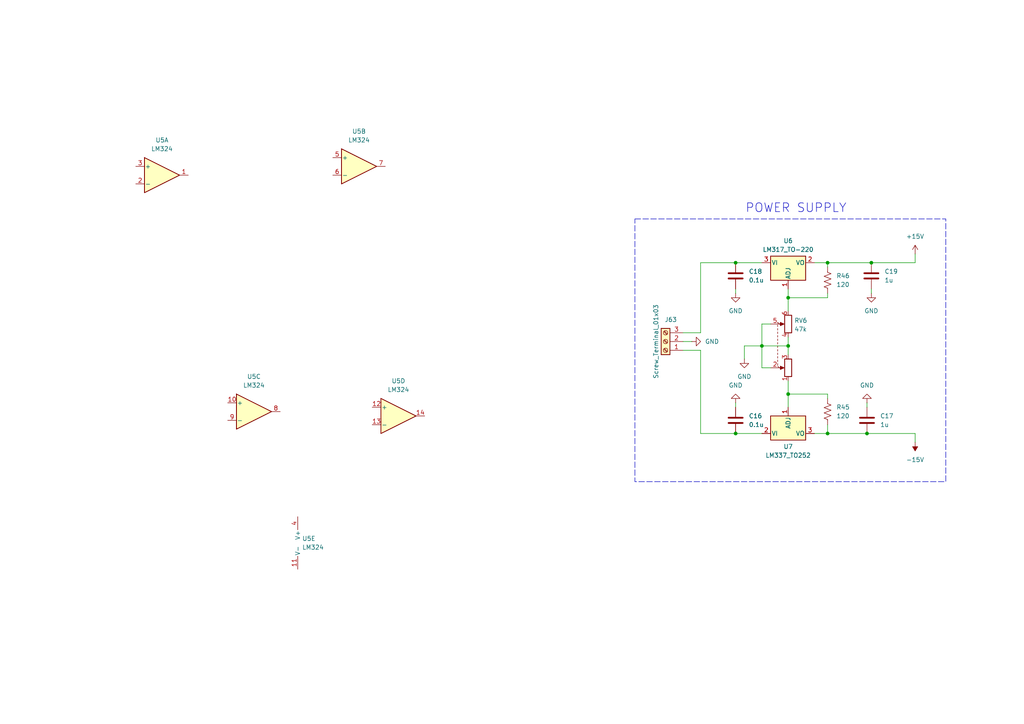
<source format=kicad_sch>
(kicad_sch (version 20250114) (generator "eeschema") (generator_version "9.0")
  (paper "A4")
  (lib_symbols
    (symbol "Amplifier_Operational:LM324" (pin_names (offset 0.127))
      (property "Reference" "U" (at 0 5.08 0))
      (property "Value" "LM324" (at 0 -5.08 0))
      (symbol "LM324_1_1"
        (polyline (pts (xy -5.08 5.08) (xy 5.08 0) (xy -5.08 -5.08) (xy -5.08 5.08)) (stroke (width 0.254)) (fill (type background)))
        (pin input line (at -7.62 2.54 0) (length 2.54) (name "+") (number "3"))
        (pin input line (at -7.62 -2.54 0) (length 2.54) (name "-") (number "2"))
        (pin output line (at 7.62 0 180) (length 2.54) (name "~") (number "1"))
      )
      (symbol "LM324_2_1"
        (polyline (pts (xy -5.08 5.08) (xy 5.08 0) (xy -5.08 -5.08) (xy -5.08 5.08)) (stroke (width 0.254)) (fill (type background)))
        (pin input line (at -7.62 2.54 0) (length 2.54) (name "+") (number "5"))
        (pin input line (at -7.62 -2.54 0) (length 2.54) (name "-") (number "6"))
        (pin output line (at 7.62 0 180) (length 2.54) (name "~") (number "7"))
      )
      (symbol "LM324_3_1"
        (polyline (pts (xy -5.08 5.08) (xy 5.08 0) (xy -5.08 -5.08) (xy -5.08 5.08)) (stroke (width 0.254)) (fill (type background)))
        (pin input line (at -7.62 2.54 0) (length 2.54) (name "+") (number "10"))
        (pin input line (at -7.62 -2.54 0) (length 2.54) (name "-") (number "9"))
        (pin output line (at 7.62 0 180) (length 2.54) (name "~") (number "8"))
      )
      (symbol "LM324_4_1"
        (polyline (pts (xy -5.08 5.08) (xy 5.08 0) (xy -5.08 -5.08) (xy -5.08 5.08)) (stroke (width 0.254)) (fill (type background)))
        (pin input line (at -7.62 2.54 0) (length 2.54) (name "+") (number "12"))
        (pin input line (at -7.62 -2.54 0) (length 2.54) (name "-") (number "13"))
        (pin output line (at 7.62 0 180) (length 2.54) (name "~") (number "14"))
      )
      (symbol "LM324_5_1"
        (pin power_in line (at -2.54 7.62 270) (length 3.81) (name "V+") (number "4"))
        (pin power_in line (at -2.54 -7.62 90) (length 3.81) (name "V-") (number "11"))
      )
    )
    (symbol "Connector:Screw_Terminal_01x03" (pin_names (offset 1.016) (hide yes))
      (property "Reference" "J" (at 0 5.08 0))
      (property "Value" "Screw_Terminal_01x03" (at 0 -5.08 0))
      (symbol "Screw_Terminal_01x03_1_1"
        (rectangle (start -1.27 3.81) (end 1.27 -3.81) (stroke (width 0.254)) (fill (type background)))
        (polyline (pts (xy -0.5334 2.8702) (xy 0.3302 2.032)) (stroke (width 0.1524)))
        (polyline (pts (xy -0.5334 0.3302) (xy 0.3302 -0.508)) (stroke (width 0.1524)))
        (polyline (pts (xy -0.5334 -2.2098) (xy 0.3302 -3.048)) (stroke (width 0.1524)))
        (polyline (pts (xy -0.3556 3.048) (xy 0.508 2.2098)) (stroke (width 0.1524)))
        (polyline (pts (xy -0.3556 0.508) (xy 0.508 -0.3302)) (stroke (width 0.1524)))
        (polyline (pts (xy -0.3556 -2.032) (xy 0.508 -2.8702)) (stroke (width 0.1524)))
        (circle (center 0 2.54) (radius 0.635) (stroke (width 0.1524)))
        (circle (center 0 0) (radius 0.635) (stroke (width 0.1524)))
        (circle (center 0 -2.54) (radius 0.635) (stroke (width 0.1524)))
        (pin passive line (at -5.08 2.54 0) (length 3.81) (name "Pin_1") (number "1"))
        (pin passive line (at -5.08 0 0) (length 3.81) (name "Pin_2") (number "2"))
        (pin passive line (at -5.08 -2.54 0) (length 3.81) (name "Pin_3") (number "3"))
      )
    )
    (symbol "Device:C" (pin_numbers (hide yes)) (pin_names (offset 0.254))
      (property "Reference" "C" (at 0.635 2.54 0))
      (property "Value" "C" (at 0.635 -2.54 0))
      (symbol "C_0_1"
        (polyline (pts (xy -2.032 0.762) (xy 2.032 0.762)) (stroke (width 0.508)))
        (polyline (pts (xy -2.032 -0.762) (xy 2.032 -0.762)) (stroke (width 0.508)))
      )
      (symbol "C_1_1"
        (pin passive line (at 0 3.81 270) (length 2.794) (name "~") (number "1"))
        (pin passive line (at 0 -3.81 90) (length 2.794) (name "~") (number "2"))
      )
    )
    (symbol "Device:R_Potentiometer_Dual" (pin_names (offset 1.016) (hide yes))
      (property "Reference" "RV" (at 0 3.81 0))
      (property "Value" "R_Potentiometer_Dual" (at 0 1.905 0))
      (symbol "R_Potentiometer_Dual_0_1"
        (rectangle (start -8.89 -1.524) (end -3.81 -3.556) (stroke (width 0.254)))
        (polyline (pts (xy -6.35 0) (xy -6.35 -1.016)))
        (polyline (pts (xy -6.35 0) (xy -6.35 -1.016)))
        (polyline (pts (xy -6.35 0) (xy -5.842 0.508)))
        (polyline (pts (xy -6.35 -1.397) (xy -6.858 -0.254) (xy -5.842 -0.254) (xy -6.35 -1.397)) (fill (type outline)))
        (polyline (pts (xy -5.588 0.508) (xy -5.08 0.508)))
        (polyline (pts (xy -4.572 0.508) (xy -4.064 0.508)))
        (polyline (pts (xy -3.556 0.508) (xy -3.048 0.508)))
        (polyline (pts (xy -2.54 0.508) (xy -2.032 0.508)))
        (polyline (pts (xy -1.524 0.508) (xy -1.016 0.508)))
        (polyline (pts (xy -0.508 0.508) (xy 0 0.508)))
        (polyline (pts (xy 0.508 0.508) (xy 1.016 0.508)))
        (polyline (pts (xy 1.524 0.508) (xy 2.032 0.508)))
        (polyline (pts (xy 2.54 0.508) (xy 3.048 0.508)))
        (polyline (pts (xy 3.556 0.508) (xy 4.064 0.508)))
        (rectangle (start 3.81 -1.524) (end 8.89 -3.556) (stroke (width 0.254)))
        (polyline (pts (xy 4.572 0.508) (xy 5.08 0.508)))
        (polyline (pts (xy 5.588 0.508) (xy 6.096 0.508)))
        (polyline (pts (xy 6.35 0) (xy 6.35 -1.016)))
        (polyline (pts (xy 6.35 0) (xy 6.35 -1.016)))
        (polyline (pts (xy 6.35 -1.397) (xy 5.842 -0.254) (xy 6.858 -0.254) (xy 6.35 -1.397)) (fill (type outline)))
        (polyline (pts (xy 6.604 0.508) (xy 6.858 0.508) (xy 6.35 0)))
      )
      (symbol "R_Potentiometer_Dual_1_1"
        (pin passive line (at -10.16 -2.54 0) (length 1.27) (name "1") (number "1"))
        (pin passive line (at -6.35 2.54 270) (length 2.54) (name "2") (number "2"))
        (pin passive line (at -2.54 -2.54 180) (length 1.27) (name "3") (number "3"))
        (pin passive line (at 2.54 -2.54 0) (length 1.27) (name "4") (number "4"))
        (pin passive line (at 6.35 2.54 270) (length 2.54) (name "5") (number "5"))
        (pin passive line (at 10.16 -2.54 180) (length 1.27) (name "6") (number "6"))
      )
    )
    (symbol "Device:R_US" (pin_numbers (hide yes)) (pin_names (offset 0))
      (property "Reference" "R" (at 2.54 0 90))
      (property "Value" "R_US" (at -2.54 0 90))
      (symbol "R_US_0_1"
        (polyline (pts (xy 0 2.286) (xy 0 2.54)))
        (polyline (pts (xy 0 2.286) (xy 1.016 1.905) (xy 0 1.524) (xy -1.016 1.143) (xy 0 0.762)))
        (polyline (pts (xy 0 0.762) (xy 1.016 0.381) (xy 0 0) (xy -1.016 -0.381) (xy 0 -0.762)))
        (polyline (pts (xy 0 -0.762) (xy 1.016 -1.143) (xy 0 -1.524) (xy -1.016 -1.905) (xy 0 -2.286)))
        (polyline (pts (xy 0 -2.286) (xy 0 -2.54)))
      )
      (symbol "R_US_1_1"
        (pin passive line (at 0 3.81 270) (length 1.27) (name "~") (number "1"))
        (pin passive line (at 0 -3.81 90) (length 1.27) (name "~") (number "2"))
      )
    )
    (symbol "Regulator_Linear:LM317_TO-220" (pin_names (offset 0.254))
      (property "Reference" "U" (at -3.81 3.175 0))
      (property "Value" "LM317_TO-220" (at 0 3.175 0))
      (symbol "LM317_TO-220_0_1"
        (rectangle (start -5.08 1.905) (end 5.08 -5.08) (stroke (width 0.254)) (fill (type background)))
      )
      (symbol "LM317_TO-220_1_1"
        (pin power_in line (at -7.62 0 0) (length 2.54) (name "VI") (number "3"))
        (pin input line (at 0 -7.62 90) (length 2.54) (name "ADJ") (number "1"))
        (pin power_out line (at 7.62 0 180) (length 2.54) (name "VO") (number "2"))
      )
    )
    (symbol "Regulator_Linear:LM337_TO252" (pin_names (offset 0.254))
      (property "Reference" "U" (at -3.81 -3.175 0))
      (property "Value" "LM337_TO252" (at 0 -3.175 0))
      (symbol "LM337_TO252_0_1"
        (rectangle (start -5.08 5.08) (end 5.08 -1.905) (stroke (width 0.254)) (fill (type background)))
      )
      (symbol "LM337_TO252_1_1"
        (pin power_in line (at -7.62 0 0) (length 2.54) (name "VI") (number "2"))
        (pin input line (at 0 7.62 270) (length 2.54) (name "ADJ") (number "1"))
        (pin power_out line (at 7.62 0 180) (length 2.54) (name "VO") (number "3"))
      )
    )
    (symbol "power:+15V" (power) (pin_numbers (hide yes)) (pin_names (offset 0) (hide yes))
      (property "Value" "+15V" (at 0 3.556 0))
      (symbol "+15V_0_1"
        (polyline (pts (xy -0.762 1.27) (xy 0 2.54)))
        (polyline (pts (xy 0 2.54) (xy 0.762 1.27)))
        (polyline (pts (xy 0 0) (xy 0 2.54)))
      )
      (symbol "+15V_1_1"
        (pin power_in line (at 0 0 90) (length 0) (name "~") (number "1"))
      )
    )
    (symbol "power:-15V" (power) (pin_numbers (hide yes)) (pin_names (offset 0) (hide yes))
      (property "Value" "-15V" (at 0 3.556 0))
      (symbol "-15V_0_0"
        (pin power_in line (at 0 0 90) (length 0) (name "~") (number "1"))
      )
      (symbol "-15V_0_1"
        (polyline (pts (xy 0 0) (xy 0 1.27) (xy 0.762 1.27) (xy 0 2.54) (xy -0.762 1.27) (xy 0 1.27)) (fill (type outline)))
      )
    )
    (symbol "power:GND" (power) (pin_numbers (hide yes)) (pin_names (offset 0) (hide yes))
      (property "Value" "GND" (at 0 -3.81 0))
      (symbol "GND_0_1"
        (polyline (pts (xy 0 0) (xy 0 -1.27) (xy 1.27 -1.27) (xy 0 -2.54) (xy -1.27 -1.27) (xy 0 -1.27)))
      )
      (symbol "GND_1_1"
        (pin power_in line (at 0 0 270) (length 0) (name "~") (number "1"))
      )
    )
  )
  (rectangle (start 184.15 63.5) (end 274.32 139.7) (stroke (width 0) (type dash)))
  (text "POWER SUPPLY" (at 230.886 60.452 0) (effects (font (size 2.54 2.54))))
  (junction (at 228.6 100.33))
  (junction (at 228.6 86.36))
  (junction (at 251.46 125.73))
  (junction (at 220.98 100.33))
  (junction (at 213.36 125.73))
  (junction (at 228.6 114.3))
  (junction (at 240.03 125.73))
  (junction (at 240.03 76.2))
  (junction (at 252.73 76.2))
  (junction (at 213.36 76.2))
  (wire (pts (xy 252.73 83.82) (xy 252.73 85.09)))
  (wire (pts (xy 228.6 83.82) (xy 228.6 86.36)))
  (wire (pts (xy 265.43 125.73) (xy 251.46 125.73)))
  (wire (pts (xy 198.12 96.52) (xy 203.2 96.52)))
  (wire (pts (xy 215.9 100.33) (xy 220.98 100.33)))
  (wire (pts (xy 240.03 86.36) (xy 228.6 86.36)))
  (wire (pts (xy 215.9 104.14) (xy 215.9 100.33)))
  (wire (pts (xy 265.43 76.2) (xy 252.73 76.2)))
  (wire (pts (xy 220.98 100.33) (xy 220.98 106.68)))
  (wire (pts (xy 240.03 123.19) (xy 240.03 125.73)))
  (wire (pts (xy 265.43 73.66) (xy 265.43 76.2)))
  (wire (pts (xy 240.03 125.73) (xy 251.46 125.73)))
  (wire (pts (xy 228.6 97.79) (xy 228.6 100.33)))
  (wire (pts (xy 228.6 110.49) (xy 228.6 114.3)))
  (wire (pts (xy 213.36 125.73) (xy 220.98 125.73)))
  (wire (pts (xy 220.98 100.33) (xy 228.6 100.33)))
  (wire (pts (xy 228.6 100.33) (xy 228.6 102.87)))
  (wire (pts (xy 203.2 96.52) (xy 203.2 76.2)))
  (wire (pts (xy 240.03 115.57) (xy 240.03 114.3)))
  (wire (pts (xy 213.36 116.84) (xy 213.36 118.11)))
  (wire (pts (xy 200.66 99.06) (xy 198.12 99.06)))
  (wire (pts (xy 213.36 83.82) (xy 213.36 85.09)))
  (wire (pts (xy 251.46 116.84) (xy 251.46 118.11)))
  (wire (pts (xy 203.2 125.73) (xy 213.36 125.73)))
  (wire (pts (xy 198.12 101.6) (xy 203.2 101.6)))
  (wire (pts (xy 220.98 93.98) (xy 220.98 100.33)))
  (wire (pts (xy 213.36 76.2) (xy 220.98 76.2)))
  (wire (pts (xy 240.03 76.2) (xy 252.73 76.2)))
  (wire (pts (xy 240.03 85.09) (xy 240.03 86.36)))
  (wire (pts (xy 228.6 114.3) (xy 228.6 118.11)))
  (wire (pts (xy 203.2 76.2) (xy 213.36 76.2)))
  (wire (pts (xy 265.43 128.27) (xy 265.43 125.73)))
  (wire (pts (xy 203.2 101.6) (xy 203.2 125.73)))
  (wire (pts (xy 223.52 93.98) (xy 220.98 93.98)))
  (wire (pts (xy 236.22 125.73) (xy 240.03 125.73)))
  (wire (pts (xy 220.98 106.68) (xy 223.52 106.68)))
  (wire (pts (xy 236.22 76.2) (xy 240.03 76.2)))
  (wire (pts (xy 228.6 86.36) (xy 228.6 90.17)))
  (wire (pts (xy 240.03 114.3) (xy 228.6 114.3)))
  (wire (pts (xy 240.03 76.2) (xy 240.03 77.47)))
  (symbol (lib_id "Device:C") (at 213.36 80.01 0) (unit 1)
    (property "Reference" "C18" (at 217.17 78.7399 0) (effects (justify left)))
    (property "Value" "0.1u" (at 217.17 81.2799 0) (effects (justify left)))
    (property "Footprint" "Capacitor_THT:C_Disc_D4.7mm_W2.5mm_P5.00mm" (effects (hide yes)))
    (property "Description" "Unpolarized capacitor" (effects (hide yes)))
  )
  (symbol (lib_id "Device:R_US") (at 240.03 81.28 0) (unit 1)
    (property "Reference" "R46" (at 242.57 80.0099 0) (effects (justify left)))
    (property "Value" "120" (at 242.57 82.5499 0) (effects (justify left)))
    (property "Footprint" "Resistor_THT:R_Axial_DIN0207_L6.3mm_D2.5mm_P10.16mm_Horizontal" (effects (hide yes)))
    (property "Description" "Resistor, US symbol" (effects (hide yes)))
  )
  (symbol (lib_id "power:GND") (at 213.36 116.84 180) (unit 1)
    (property "Reference" "#PWR039" (effects (hide yes)))
    (property "Value" "GND" (at 213.36 111.76 0))
    (property "Description" "Power symbol creates a global label with name \"GND\" , ground" (effects (hide yes)))
  )
  (symbol (lib_id "power:GND") (at 252.73 85.09 0) (unit 1)
    (property "Reference" "#PWR042" (effects (hide yes)))
    (property "Value" "GND" (at 252.73 90.17 0))
    (property "Description" "Power symbol creates a global label with name \"GND\" , ground" (effects (hide yes)))
  )
  (symbol (lib_id "power:GND") (at 251.46 116.84 180) (unit 1)
    (property "Reference" "#PWR040" (effects (hide yes)))
    (property "Value" "GND" (at 251.46 111.76 0))
    (property "Description" "Power symbol creates a global label with name \"GND\" , ground" (effects (hide yes)))
  )
  (symbol (lib_id "Regulator_Linear:LM337_TO252") (at 228.6 125.73 0) (unit 1)
    (property "Reference" "U7" (at 228.6 129.54 0))
    (property "Value" "LM337_TO252" (at 228.6 132.08 0))
    (property "Footprint" "Package_TO_SOT_SMD:TO-252-2" (effects (hide yes)))
    (property "Datasheet" "http://www.farnell.com/datasheets/1636957.pdf" (effects (hide yes)))
    (property "Description" "Negative 1A 35V Adjustable Linear Regulator, TO-252(DPAK)" (effects (hide yes)))
  )
  (symbol (lib_id "Regulator_Linear:LM317_TO-220") (at 228.6 76.2 0) (unit 1)
    (property "Reference" "U6" (at 228.6 69.85 0))
    (property "Value" "LM317_TO-220" (at 228.6 72.39 0))
    (property "Footprint" "Package_TO_SOT_THT:TO-220-3_Vertical" (effects (hide yes)))
    (property "Datasheet" "http://www.ti.com/lit/ds/symlink/lm317.pdf" (effects (hide yes)))
    (property "Description" "1.5A 35V Adjustable Linear Regulator, TO-220" (effects (hide yes)))
  )
  (symbol (lib_id "Amplifier_Operational:LM324") (at 115.57 120.65 0) (unit 4)
    (property "Reference" "U5" (at 115.57 110.49 0))
    (property "Value" "LM324" (at 115.57 113.03 0))
    (property "Footprint" "Package_DIP:DIP-14_W7.62mm_LongPads" (effects (hide yes)))
    (property "Datasheet" "http://www.ti.com/lit/ds/symlink/lm2902-n.pdf" (effects (hide yes)))
    (property "Description" "Low-Power, Quad-Operational Amplifiers, DIP-14/SOIC-14/SSOP-14" (effects (hide yes)))
  )
  (symbol (lib_id "Device:C") (at 252.73 80.01 0) (unit 1)
    (property "Reference" "C19" (at 256.54 78.7399 0) (effects (justify left)))
    (property "Value" "1u" (at 256.54 81.2799 0) (effects (justify left)))
    (property "Footprint" "Capacitor_THT:C_Disc_D4.7mm_W2.5mm_P5.00mm" (effects (hide yes)))
    (property "Description" "Unpolarized capacitor" (effects (hide yes)))
  )
  (symbol (lib_id "Amplifier_Operational:LM324") (at 46.99 50.8 0) (unit 1)
    (property "Reference" "U5" (at 46.99 40.64 0))
    (property "Value" "LM324" (at 46.99 43.18 0))
    (property "Footprint" "Package_DIP:DIP-14_W7.62mm_LongPads" (effects (hide yes)))
    (property "Datasheet" "http://www.ti.com/lit/ds/symlink/lm2902-n.pdf" (effects (hide yes)))
    (property "Description" "Low-Power, Quad-Operational Amplifiers, DIP-14/SOIC-14/SSOP-14" (effects (hide yes)))
  )
  (symbol (lib_id "Connector:Screw_Terminal_01x03") (at 193.04 99.06 180) (unit 1)
    (property "Reference" "J63" (at 194.564 92.71 0))
    (property "Value" "Screw_Terminal_01x03" (at 190.246 99.06 90))
    (property "Footprint" "TerminalBlock_Phoenix:TerminalBlock_Phoenix_PT-1,5-3-5.0-H_1x03_P5.00mm_Horizontal" (effects (hide yes)))
    (property "Description" "Generic screw terminal, single row, 01x03, script generated (kicad-library-utils/schlib/autogen/connector/)" (effects (hide yes)))
  )
  (symbol (lib_id "Amplifier_Operational:LM324") (at 73.66 119.38 0) (unit 3)
    (property "Reference" "U5" (at 73.66 109.22 0))
    (property "Value" "LM324" (at 73.66 111.76 0))
    (property "Footprint" "Package_DIP:DIP-14_W7.62mm_LongPads" (effects (hide yes)))
    (property "Datasheet" "http://www.ti.com/lit/ds/symlink/lm2902-n.pdf" (effects (hide yes)))
    (property "Description" "Low-Power, Quad-Operational Amplifiers, DIP-14/SOIC-14/SSOP-14" (effects (hide yes)))
  )
  (symbol (lib_id "power:+15V") (at 265.43 73.66 0) (unit 1)
    (property "Reference" "#PWR043" (effects (hide yes)))
    (property "Value" "+15V" (at 265.43 68.58 0))
    (property "Description" "Power symbol creates a global label with name \"+15V\"" (effects (hide yes)))
  )
  (symbol (lib_id "power:GND") (at 200.66 99.06 90) (unit 1)
    (property "Reference" "#PWR037" (effects (hide yes)))
    (property "Value" "GND" (at 204.47 99.0599 90) (effects (justify right)))
    (property "Description" "Power symbol creates a global label with name \"GND\" , ground" (effects (hide yes)))
  )
  (symbol (lib_id "Amplifier_Operational:LM324") (at 104.14 48.26 0) (unit 2)
    (property "Reference" "U5" (at 104.14 38.1 0))
    (property "Value" "LM324" (at 104.14 40.64 0))
    (property "Footprint" "Package_DIP:DIP-14_W7.62mm_LongPads" (effects (hide yes)))
    (property "Datasheet" "http://www.ti.com/lit/ds/symlink/lm2902-n.pdf" (effects (hide yes)))
    (property "Description" "Low-Power, Quad-Operational Amplifiers, DIP-14/SOIC-14/SSOP-14" (effects (hide yes)))
  )
  (symbol (lib_id "Amplifier_Operational:LM324") (at 88.9 157.48 0) (unit 5)
    (property "Reference" "U5" (at 87.63 156.2099 0) (effects (justify left)))
    (property "Value" "LM324" (at 87.63 158.7499 0) (effects (justify left)))
    (property "Footprint" "Package_DIP:DIP-14_W7.62mm_LongPads" (effects (hide yes)))
    (property "Datasheet" "http://www.ti.com/lit/ds/symlink/lm2902-n.pdf" (effects (hide yes)))
    (property "Description" "Low-Power, Quad-Operational Amplifiers, DIP-14/SOIC-14/SSOP-14" (effects (hide yes)))
  )
  (symbol (lib_id "power:GND") (at 215.9 104.14 0) (unit 1)
    (property "Reference" "#PWR038" (effects (hide yes)))
    (property "Value" "GND" (at 215.9 109.22 0))
    (property "Description" "Power symbol creates a global label with name \"GND\" , ground" (effects (hide yes)))
  )
  (symbol (lib_id "power:-15V") (at 265.43 128.27 180) (unit 1)
    (property "Reference" "#PWR044" (effects (hide yes)))
    (property "Value" "-15V" (at 265.43 133.35 0))
    (property "Description" "Power symbol creates a global label with name \"-15V\"" (effects (hide yes)))
  )
  (symbol (lib_id "Device:R_US") (at 240.03 119.38 0) (unit 1)
    (property "Reference" "R45" (at 242.57 118.1099 0) (effects (justify left)))
    (property "Value" "120" (at 242.57 120.6499 0) (effects (justify left)))
    (property "Footprint" "Resistor_THT:R_Axial_DIN0207_L6.3mm_D2.5mm_P10.16mm_Horizontal" (effects (hide yes)))
    (property "Description" "Resistor, US symbol" (effects (hide yes)))
  )
  (symbol (lib_id "power:GND") (at 213.36 85.09 0) (unit 1)
    (property "Reference" "#PWR041" (effects (hide yes)))
    (property "Value" "GND" (at 213.36 90.17 0))
    (property "Description" "Power symbol creates a global label with name \"GND\" , ground" (effects (hide yes)))
  )
  (symbol (lib_id "Device:C") (at 213.36 121.92 0) (unit 1)
    (property "Reference" "C16" (at 217.17 120.6499 0) (effects (justify left)))
    (property "Value" "0.1u" (at 217.17 123.1899 0) (effects (justify left)))
    (property "Footprint" "Capacitor_THT:C_Disc_D4.7mm_W2.5mm_P5.00mm" (effects (hide yes)))
    (property "Description" "Unpolarized capacitor" (effects (hide yes)))
  )
  (symbol (lib_id "Device:C") (at 251.46 121.92 0) (unit 1)
    (property "Reference" "C17" (at 255.27 120.6499 0) (effects (justify left)))
    (property "Value" "1u" (at 255.27 123.1899 0) (effects (justify left)))
    (property "Footprint" "Capacitor_THT:C_Disc_D4.7mm_W2.5mm_P5.00mm" (effects (hide yes)))
    (property "Description" "Unpolarized capacitor" (effects (hide yes)))
  )
  (symbol (lib_id "Device:R_Potentiometer_Dual") (at 226.06 100.33 90) (unit 1)
    (property "Reference" "RV6" (at 230.378 92.964 90) (effects (justify right)))
    (property "Value" "47k" (at 230.378 95.504 90) (effects (justify right)))
    (property "Footprint" "Potentiometer_THT:Potentiometer_Alps_RK163_Dual_Horizontal" (effects (hide yes)))
    (property "Description" "Dual potentiometer" (effects (hide yes)))
  )
)
</source>
